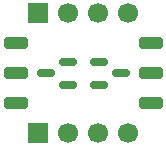
<source format=gbr>
%TF.GenerationSoftware,KiCad,Pcbnew,7.0.9*%
%TF.CreationDate,2023-11-12T02:22:26+01:00*%
%TF.ProjectId,try2,74727932-2e6b-4696-9361-645f70636258,rev?*%
%TF.SameCoordinates,Original*%
%TF.FileFunction,Soldermask,Top*%
%TF.FilePolarity,Negative*%
%FSLAX46Y46*%
G04 Gerber Fmt 4.6, Leading zero omitted, Abs format (unit mm)*
G04 Created by KiCad (PCBNEW 7.0.9) date 2023-11-12 02:22:26*
%MOMM*%
%LPD*%
G01*
G04 APERTURE LIST*
G04 Aperture macros list*
%AMRoundRect*
0 Rectangle with rounded corners*
0 $1 Rounding radius*
0 $2 $3 $4 $5 $6 $7 $8 $9 X,Y pos of 4 corners*
0 Add a 4 corners polygon primitive as box body*
4,1,4,$2,$3,$4,$5,$6,$7,$8,$9,$2,$3,0*
0 Add four circle primitives for the rounded corners*
1,1,$1+$1,$2,$3*
1,1,$1+$1,$4,$5*
1,1,$1+$1,$6,$7*
1,1,$1+$1,$8,$9*
0 Add four rect primitives between the rounded corners*
20,1,$1+$1,$2,$3,$4,$5,0*
20,1,$1+$1,$4,$5,$6,$7,0*
20,1,$1+$1,$6,$7,$8,$9,0*
20,1,$1+$1,$8,$9,$2,$3,0*%
G04 Aperture macros list end*
%ADD10C,1.700000*%
%ADD11R,1.700000X1.700000*%
%ADD12RoundRect,0.150000X0.587500X0.150000X-0.587500X0.150000X-0.587500X-0.150000X0.587500X-0.150000X0*%
%ADD13RoundRect,0.150000X-0.587500X-0.150000X0.587500X-0.150000X0.587500X0.150000X-0.587500X0.150000X0*%
%ADD14RoundRect,0.250000X-0.750000X0.250000X-0.750000X-0.250000X0.750000X-0.250000X0.750000X0.250000X0*%
G04 APERTURE END LIST*
D10*
%TO.C,J3*%
X150495000Y-86868000D03*
X147955000Y-86868000D03*
X145415000Y-86868000D03*
D11*
X142875000Y-86868000D03*
%TD*%
D12*
%TO.C,Q2*%
X145385000Y-92898000D03*
X145385000Y-90998000D03*
X143510000Y-91948000D03*
%TD*%
D13*
%TO.C,Q1*%
X149860000Y-91948000D03*
X147985000Y-92898000D03*
X147985000Y-90998000D03*
%TD*%
D14*
%TO.C,J8*%
X140970000Y-89408000D03*
%TD*%
%TO.C,J7*%
X152400000Y-94488000D03*
%TD*%
%TO.C,J6*%
X140970000Y-94488000D03*
%TD*%
%TO.C,J5*%
X140970000Y-91948000D03*
%TD*%
D10*
%TO.C,J4*%
X150495000Y-97028000D03*
X147955000Y-97028000D03*
X145415000Y-97028000D03*
D11*
X142875000Y-97028000D03*
%TD*%
D14*
%TO.C,J2*%
X152400000Y-91948000D03*
%TD*%
%TO.C,J1*%
X152400000Y-89408000D03*
%TD*%
M02*

</source>
